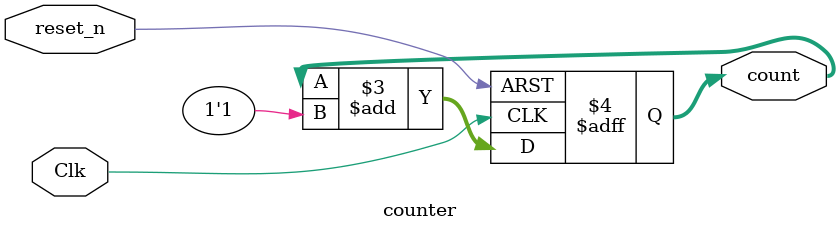
<source format=v>
module counter (Clk, reset_n, count);
  input wire Clk;
  input wire reset_n;
  output reg [2:0] count;

  always @(posedge Clk or negedge reset_n) begin
    if (reset_n == 1'b0)
      count <= 3'b000;
    else
      count <= count + 1'b1; 
 	 
  end 
endmodule

</source>
